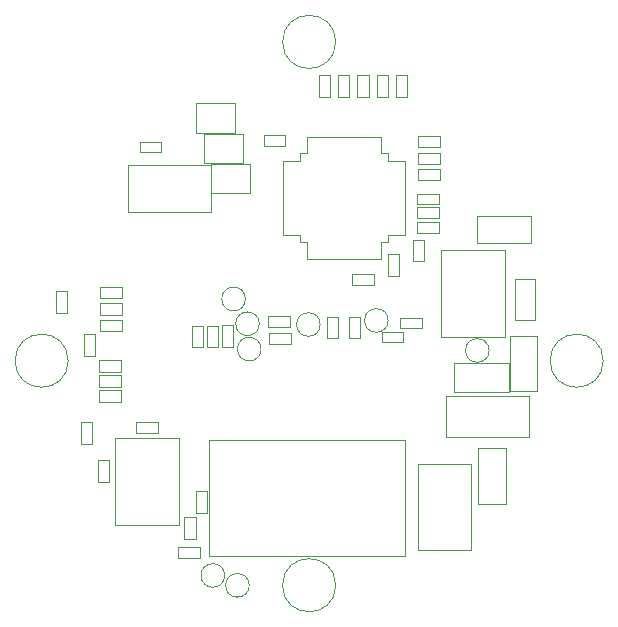
<source format=gbr>
%TF.GenerationSoftware,KiCad,Pcbnew,(5.1.10)-1*%
%TF.CreationDate,2022-02-14T20:34:47-05:00*%
%TF.ProjectId,CAN_Gauge,43414e5f-4761-4756-9765-2e6b69636164,rev?*%
%TF.SameCoordinates,Original*%
%TF.FileFunction,Other,User*%
%FSLAX46Y46*%
G04 Gerber Fmt 4.6, Leading zero omitted, Abs format (unit mm)*
G04 Created by KiCad (PCBNEW (5.1.10)-1) date 2022-02-14 20:34:47*
%MOMM*%
%LPD*%
G01*
G04 APERTURE LIST*
%ADD10C,0.050000*%
G04 APERTURE END LIST*
D10*
%TO.C,C12*%
X118982800Y-80035000D02*
X120802800Y-80035000D01*
X118982800Y-80955000D02*
X118982800Y-80035000D01*
X120802800Y-80955000D02*
X118982800Y-80955000D01*
X120802800Y-80035000D02*
X120802800Y-80955000D01*
%TO.C,JP6*%
X125024600Y-81924700D02*
X128324600Y-81924700D01*
X125024600Y-81924700D02*
X125024600Y-84424700D01*
X128324600Y-84424700D02*
X128324600Y-81924700D01*
X128324600Y-84424700D02*
X125024600Y-84424700D01*
%TO.C,JP5*%
X124391900Y-79372000D02*
X127691900Y-79372000D01*
X124391900Y-79372000D02*
X124391900Y-81872000D01*
X127691900Y-81872000D02*
X127691900Y-79372000D01*
X127691900Y-81872000D02*
X124391900Y-81872000D01*
%TO.C,JP4*%
X127054600Y-79306600D02*
X123754600Y-79306600D01*
X127054600Y-79306600D02*
X127054600Y-76806600D01*
X123754600Y-76806600D02*
X123754600Y-79306600D01*
X123754600Y-76806600D02*
X127054600Y-76806600D01*
%TO.C,U1*%
X136250400Y-89937600D02*
X139400400Y-89937600D01*
X139400400Y-89937600D02*
X139400400Y-88537600D01*
X139400400Y-88537600D02*
X140000400Y-88537600D01*
X140000400Y-88537600D02*
X140000400Y-87937600D01*
X140000400Y-87937600D02*
X141400400Y-87937600D01*
X141400400Y-87937600D02*
X141400400Y-84787600D01*
X136250400Y-89937600D02*
X133100400Y-89937600D01*
X133100400Y-89937600D02*
X133100400Y-88537600D01*
X133100400Y-88537600D02*
X132500400Y-88537600D01*
X132500400Y-88537600D02*
X132500400Y-87937600D01*
X132500400Y-87937600D02*
X131100400Y-87937600D01*
X131100400Y-87937600D02*
X131100400Y-84787600D01*
X136250400Y-79637600D02*
X139400400Y-79637600D01*
X139400400Y-79637600D02*
X139400400Y-81037600D01*
X139400400Y-81037600D02*
X140000400Y-81037600D01*
X140000400Y-81037600D02*
X140000400Y-81637600D01*
X140000400Y-81637600D02*
X141400400Y-81637600D01*
X141400400Y-81637600D02*
X141400400Y-84787600D01*
X136250400Y-79637600D02*
X133100400Y-79637600D01*
X133100400Y-79637600D02*
X133100400Y-81037600D01*
X133100400Y-81037600D02*
X132500400Y-81037600D01*
X132500400Y-81037600D02*
X132500400Y-81637600D01*
X132500400Y-81637600D02*
X131100400Y-81637600D01*
X131100400Y-81637600D02*
X131100400Y-84787600D01*
%TO.C,C6*%
X142102300Y-88348000D02*
X143022300Y-88348000D01*
X143022300Y-88348000D02*
X143022300Y-90168000D01*
X143022300Y-90168000D02*
X142102300Y-90168000D01*
X142102300Y-90168000D02*
X142102300Y-88348000D01*
%TO.C,TP7*%
X139993600Y-95176200D02*
G75*
G03*
X139993600Y-95176200I-1000000J0D01*
G01*
%TO.C,TP2*%
X134240500Y-95519100D02*
G75*
G03*
X134240500Y-95519100I-1000000J0D01*
G01*
%TO.C,TP8*%
X129084300Y-95455600D02*
G75*
G03*
X129084300Y-95455600I-1000000J0D01*
G01*
%TO.C,C10*%
X150246300Y-101214900D02*
X145546300Y-101214900D01*
X150246300Y-98814900D02*
X150246300Y-101214900D01*
X145546300Y-98814900D02*
X150246300Y-98814900D01*
X145546300Y-101214900D02*
X145546300Y-98814900D01*
%TO.C,J1*%
X124967600Y-82000200D02*
X124967600Y-86000200D01*
X117967600Y-82000200D02*
X124967600Y-82000200D01*
X117967600Y-86000200D02*
X117967600Y-82000200D01*
X124967600Y-86000200D02*
X117967600Y-86000200D01*
%TO.C,TP6*%
X129236700Y-97601900D02*
G75*
G03*
X129236700Y-97601900I-1000000J0D01*
G01*
%TO.C,C17*%
X123420600Y-95612400D02*
X124340600Y-95612400D01*
X124340600Y-95612400D02*
X124340600Y-97432400D01*
X124340600Y-97432400D02*
X123420600Y-97432400D01*
X123420600Y-97432400D02*
X123420600Y-95612400D01*
%TO.C,R24*%
X129935600Y-97144800D02*
X129935600Y-96204800D01*
X129935600Y-96204800D02*
X131795600Y-96204800D01*
X131795600Y-96204800D02*
X131795600Y-97144800D01*
X131795600Y-97144800D02*
X129935600Y-97144800D01*
%TO.C,TP1*%
X127903200Y-93360100D02*
G75*
G03*
X127903200Y-93360100I-1000000J0D01*
G01*
%TO.C,TP5*%
X126150600Y-116766200D02*
G75*
G03*
X126150600Y-116766200I-1000000J0D01*
G01*
%TO.C,TP4*%
X128233400Y-117604400D02*
G75*
G03*
X128233400Y-117604400I-1000000J0D01*
G01*
%TO.C,TP3*%
X148540700Y-97716200D02*
G75*
G03*
X148540700Y-97716200I-1000000J0D01*
G01*
%TO.C,R20*%
X122750200Y-113657600D02*
X122750200Y-111797600D01*
X123690200Y-113657600D02*
X122750200Y-113657600D01*
X123690200Y-111797600D02*
X123690200Y-113657600D01*
X122750200Y-111797600D02*
X123690200Y-111797600D01*
%TO.C,L1*%
X152467400Y-95173600D02*
X150767400Y-95173600D01*
X150767400Y-95173600D02*
X150767400Y-91673600D01*
X150767400Y-91673600D02*
X152467400Y-91673600D01*
X152467400Y-91673600D02*
X152467400Y-95173600D01*
%TO.C,C11*%
X152088600Y-86330000D02*
X152088600Y-88630000D01*
X152088600Y-88630000D02*
X147488600Y-88630000D01*
X147488600Y-88630000D02*
X147488600Y-86330000D01*
X147488600Y-86330000D02*
X152088600Y-86330000D01*
%TO.C,D12*%
X152589600Y-96458400D02*
X150289600Y-96458400D01*
X150289600Y-101158400D02*
X150289600Y-96458400D01*
X152589600Y-101158400D02*
X150289600Y-101158400D01*
X152589600Y-96458400D02*
X152589600Y-101158400D01*
%TO.C,U3*%
X149872400Y-96615600D02*
X149872400Y-89215600D01*
X144472400Y-96615600D02*
X149872400Y-96615600D01*
X144472400Y-89215600D02*
X144472400Y-96615600D01*
X149872400Y-89215600D02*
X144472400Y-89215600D01*
%TO.C,L2*%
X142455800Y-86832200D02*
X144315800Y-86832200D01*
X142455800Y-87772200D02*
X142455800Y-86832200D01*
X144315800Y-87772200D02*
X142455800Y-87772200D01*
X144315800Y-86832200D02*
X144315800Y-87772200D01*
%TO.C,J2*%
X141442000Y-105318000D02*
X141442000Y-115088000D01*
X124802000Y-105318000D02*
X141442000Y-105318000D01*
X124802000Y-115088000D02*
X124802000Y-105318000D01*
X141442000Y-115088000D02*
X124802000Y-115088000D01*
%TO.C,H4*%
X135554000Y-71592000D02*
G75*
G03*
X135554000Y-71592000I-2250000J0D01*
G01*
%TO.C,R30*%
X114927200Y-105605800D02*
X113987200Y-105605800D01*
X113987200Y-105605800D02*
X113987200Y-103745800D01*
X113987200Y-103745800D02*
X114927200Y-103745800D01*
X114927200Y-103745800D02*
X114927200Y-105605800D01*
%TO.C,R29*%
X111879000Y-92646000D02*
X112819000Y-92646000D01*
X112819000Y-92646000D02*
X112819000Y-94506000D01*
X112819000Y-94506000D02*
X111879000Y-94506000D01*
X111879000Y-94506000D02*
X111879000Y-92646000D01*
%TO.C,R21*%
X134116700Y-74434200D02*
X135056700Y-74434200D01*
X135056700Y-74434200D02*
X135056700Y-76294200D01*
X135056700Y-76294200D02*
X134116700Y-76294200D01*
X134116700Y-76294200D02*
X134116700Y-74434200D01*
%TO.C,H3*%
X158204578Y-98585908D02*
G75*
G03*
X158204578Y-98585908I-2250000J0D01*
G01*
%TO.C,H2*%
X112903422Y-98585908D02*
G75*
G03*
X112903422Y-98585908I-2250000J0D01*
G01*
%TO.C,H1*%
X135554000Y-117592000D02*
G75*
G03*
X135554000Y-117592000I-2250000J0D01*
G01*
%TO.C,D22*%
X146984000Y-107325000D02*
X146984000Y-114625000D01*
X146984000Y-114625000D02*
X142484000Y-114625000D01*
X142484000Y-114625000D02*
X142484000Y-107325000D01*
X142484000Y-107325000D02*
X146984000Y-107325000D01*
%TO.C,C9*%
X147598000Y-110708800D02*
X147598000Y-106008800D01*
X149998000Y-110708800D02*
X147598000Y-110708800D01*
X149998000Y-106008800D02*
X149998000Y-110708800D01*
X147598000Y-106008800D02*
X149998000Y-106008800D01*
%TO.C,R26*%
X125950600Y-95592400D02*
X126890600Y-95592400D01*
X126890600Y-95592400D02*
X126890600Y-97452400D01*
X126890600Y-97452400D02*
X125950600Y-97452400D01*
X125950600Y-97452400D02*
X125950600Y-95592400D01*
%TO.C,R25*%
X131719400Y-94782400D02*
X131719400Y-95722400D01*
X131719400Y-95722400D02*
X129859400Y-95722400D01*
X129859400Y-95722400D02*
X129859400Y-94782400D01*
X129859400Y-94782400D02*
X131719400Y-94782400D01*
%TO.C,C18*%
X141004600Y-95852100D02*
X141004600Y-94932100D01*
X141004600Y-94932100D02*
X142824600Y-94932100D01*
X142824600Y-94932100D02*
X142824600Y-95852100D01*
X142824600Y-95852100D02*
X141004600Y-95852100D01*
%TO.C,C16*%
X139442500Y-97033200D02*
X139442500Y-96113200D01*
X139442500Y-96113200D02*
X141262500Y-96113200D01*
X141262500Y-96113200D02*
X141262500Y-97033200D01*
X141262500Y-97033200D02*
X139442500Y-97033200D01*
%TO.C,C15*%
X124685600Y-95612400D02*
X125605600Y-95612400D01*
X125605600Y-95612400D02*
X125605600Y-97432400D01*
X125605600Y-97432400D02*
X124685600Y-97432400D01*
X124685600Y-97432400D02*
X124685600Y-95612400D01*
%TO.C,C14*%
X134850600Y-94875800D02*
X135770600Y-94875800D01*
X135770600Y-94875800D02*
X135770600Y-96695800D01*
X135770600Y-96695800D02*
X134850600Y-96695800D01*
X134850600Y-96695800D02*
X134850600Y-94875800D01*
%TO.C,C13*%
X136717500Y-94875800D02*
X137637500Y-94875800D01*
X137637500Y-94875800D02*
X137637500Y-96695800D01*
X137637500Y-96695800D02*
X136717500Y-96695800D01*
X136717500Y-96695800D02*
X136717500Y-94875800D01*
%TO.C,C8*%
X122208600Y-114375800D02*
X124028600Y-114375800D01*
X122208600Y-115295800D02*
X122208600Y-114375800D01*
X124028600Y-115295800D02*
X122208600Y-115295800D01*
X124028600Y-114375800D02*
X124028600Y-115295800D01*
%TO.C,C7*%
X123725400Y-111478600D02*
X123725400Y-109658600D01*
X124645400Y-111478600D02*
X123725400Y-111478600D01*
X124645400Y-109658600D02*
X124645400Y-111478600D01*
X123725400Y-109658600D02*
X124645400Y-109658600D01*
%TO.C,C5*%
X120498000Y-104704000D02*
X118678000Y-104704000D01*
X120498000Y-103784000D02*
X120498000Y-104704000D01*
X118678000Y-103784000D02*
X120498000Y-103784000D01*
X118678000Y-104704000D02*
X118678000Y-103784000D01*
%TO.C,C4*%
X144297800Y-85349200D02*
X142477800Y-85349200D01*
X144297800Y-84429200D02*
X144297800Y-85349200D01*
X142477800Y-84429200D02*
X144297800Y-84429200D01*
X142477800Y-85349200D02*
X142477800Y-84429200D01*
%TO.C,C3*%
X144297800Y-86492200D02*
X142477800Y-86492200D01*
X144297800Y-85572200D02*
X144297800Y-86492200D01*
X142477800Y-85572200D02*
X144297800Y-85572200D01*
X142477800Y-86492200D02*
X142477800Y-85572200D01*
%TO.C,C2*%
X140006800Y-91387200D02*
X140006800Y-89567200D01*
X140926800Y-91387200D02*
X140006800Y-91387200D01*
X140926800Y-89567200D02*
X140926800Y-91387200D01*
X140006800Y-89567200D02*
X140926800Y-89567200D01*
%TO.C,C1*%
X129473000Y-79476200D02*
X131293000Y-79476200D01*
X129473000Y-80396200D02*
X129473000Y-79476200D01*
X131293000Y-80396200D02*
X129473000Y-80396200D01*
X131293000Y-79476200D02*
X131293000Y-80396200D01*
%TO.C,R19*%
X135755000Y-76294200D02*
X135755000Y-74434200D01*
X136695000Y-76294200D02*
X135755000Y-76294200D01*
X136695000Y-74434200D02*
X136695000Y-76294200D01*
X135755000Y-74434200D02*
X136695000Y-74434200D01*
%TO.C,R18*%
X137393300Y-74434200D02*
X138333300Y-74434200D01*
X138333300Y-74434200D02*
X138333300Y-76294200D01*
X138333300Y-76294200D02*
X137393300Y-76294200D01*
X137393300Y-76294200D02*
X137393300Y-74434200D01*
%TO.C,R17*%
X140669900Y-76294200D02*
X140669900Y-74434200D01*
X141609900Y-76294200D02*
X140669900Y-76294200D01*
X141609900Y-74434200D02*
X141609900Y-76294200D01*
X140669900Y-74434200D02*
X141609900Y-74434200D01*
%TO.C,R16*%
X139031600Y-76294200D02*
X139031600Y-74434200D01*
X139971600Y-76294200D02*
X139031600Y-76294200D01*
X139971600Y-74434200D02*
X139971600Y-76294200D01*
X139031600Y-74434200D02*
X139971600Y-74434200D01*
%TO.C,R15*%
X115483000Y-101107000D02*
X117343000Y-101107000D01*
X115483000Y-102047000D02*
X115483000Y-101107000D01*
X117343000Y-102047000D02*
X115483000Y-102047000D01*
X117343000Y-101107000D02*
X117343000Y-102047000D01*
%TO.C,R14*%
X115483000Y-99837000D02*
X117343000Y-99837000D01*
X115483000Y-100777000D02*
X115483000Y-99837000D01*
X117343000Y-100777000D02*
X115483000Y-100777000D01*
X117343000Y-99837000D02*
X117343000Y-100777000D01*
%TO.C,R13*%
X115610000Y-95138000D02*
X117470000Y-95138000D01*
X115610000Y-96078000D02*
X115610000Y-95138000D01*
X117470000Y-96078000D02*
X115610000Y-96078000D01*
X117470000Y-95138000D02*
X117470000Y-96078000D01*
%TO.C,R12*%
X117470000Y-94681000D02*
X115610000Y-94681000D01*
X117470000Y-93741000D02*
X117470000Y-94681000D01*
X115610000Y-93741000D02*
X117470000Y-93741000D01*
X115610000Y-94681000D02*
X115610000Y-93741000D01*
%TO.C,R11*%
X115610000Y-92344000D02*
X117470000Y-92344000D01*
X115610000Y-93284000D02*
X115610000Y-92344000D01*
X117470000Y-93284000D02*
X115610000Y-93284000D01*
X117470000Y-92344000D02*
X117470000Y-93284000D01*
%TO.C,R10*%
X115483000Y-98567000D02*
X117343000Y-98567000D01*
X115483000Y-99507000D02*
X115483000Y-98567000D01*
X117343000Y-99507000D02*
X115483000Y-99507000D01*
X117343000Y-98567000D02*
X117343000Y-99507000D01*
%TO.C,R1*%
X138831400Y-92217200D02*
X136971400Y-92217200D01*
X138831400Y-91277200D02*
X138831400Y-92217200D01*
X136971400Y-91277200D02*
X138831400Y-91277200D01*
X136971400Y-92217200D02*
X136971400Y-91277200D01*
%TO.C,D21*%
X144891600Y-105079600D02*
X144891600Y-101579600D01*
X151891600Y-105079600D02*
X144891600Y-105079600D01*
X151891600Y-101579600D02*
X151891600Y-105079600D01*
X144891600Y-101579600D02*
X151891600Y-101579600D01*
%TO.C,R9*%
X115435000Y-107024400D02*
X116375000Y-107024400D01*
X116375000Y-107024400D02*
X116375000Y-108884400D01*
X116375000Y-108884400D02*
X115435000Y-108884400D01*
X115435000Y-108884400D02*
X115435000Y-107024400D01*
%TO.C,R8*%
X144419400Y-80964800D02*
X144419400Y-81904800D01*
X144419400Y-81904800D02*
X142559400Y-81904800D01*
X142559400Y-81904800D02*
X142559400Y-80964800D01*
X142559400Y-80964800D02*
X144419400Y-80964800D01*
%TO.C,R7*%
X144419400Y-79593200D02*
X144419400Y-80533200D01*
X144419400Y-80533200D02*
X142559400Y-80533200D01*
X142559400Y-80533200D02*
X142559400Y-79593200D01*
X142559400Y-79593200D02*
X144419400Y-79593200D01*
%TO.C,R3*%
X115206600Y-98189000D02*
X114266600Y-98189000D01*
X114266600Y-98189000D02*
X114266600Y-96329000D01*
X114266600Y-96329000D02*
X115206600Y-96329000D01*
X115206600Y-96329000D02*
X115206600Y-98189000D01*
%TO.C,R2*%
X144419400Y-82336400D02*
X144419400Y-83276400D01*
X144419400Y-83276400D02*
X142559400Y-83276400D01*
X142559400Y-83276400D02*
X142559400Y-82336400D01*
X142559400Y-82336400D02*
X144419400Y-82336400D01*
%TO.C,U2*%
X122288000Y-105116000D02*
X116888000Y-105116000D01*
X116888000Y-105116000D02*
X116888000Y-112516000D01*
X116888000Y-112516000D02*
X122288000Y-112516000D01*
X122288000Y-112516000D02*
X122288000Y-105116000D01*
%TD*%
M02*

</source>
